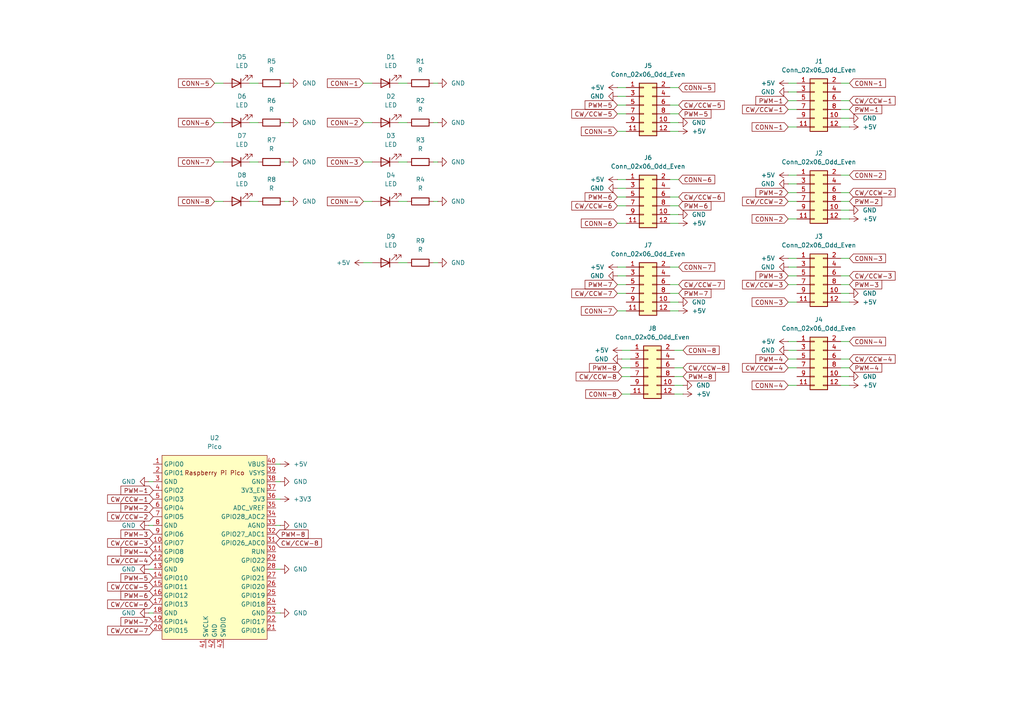
<source format=kicad_sch>
(kicad_sch (version 20231120) (generator "eeschema") (generator_version "8.0")
  (paper "A4")
  (lib_symbols
    (symbol "Connector_Generic:Conn_02x06_Odd_Even" (pin_names (offset 1.016) hide)
      (property "Reference" "J" (at 1.27 7.62 0))
      (property "Value" "Conn_02x06_Odd_Even" (at 1.27 -10.16 0))
      (symbol "Conn_02x06_Odd_Even_1_1"
        (rectangle (start -1.27 -7.493) (end 0 -7.747) (stroke (width 0.1524)))
        (rectangle (start -1.27 -4.953) (end 0 -5.207) (stroke (width 0.1524)))
        (rectangle (start -1.27 -2.413) (end 0 -2.667) (stroke (width 0.1524)))
        (rectangle (start -1.27 0.127) (end 0 -0.127) (stroke (width 0.1524)))
        (rectangle (start -1.27 2.667) (end 0 2.413) (stroke (width 0.1524)))
        (rectangle (start -1.27 5.207) (end 0 4.953) (stroke (width 0.1524)))
        (rectangle (start -1.27 6.35) (end 3.81 -8.89) (stroke (width 0.254)) (fill (type background)))
        (rectangle (start 3.81 -7.493) (end 2.54 -7.747) (stroke (width 0.1524)))
        (rectangle (start 3.81 -4.953) (end 2.54 -5.207) (stroke (width 0.1524)))
        (rectangle (start 3.81 -2.413) (end 2.54 -2.667) (stroke (width 0.1524)))
        (rectangle (start 3.81 0.127) (end 2.54 -0.127) (stroke (width 0.1524)))
        (rectangle (start 3.81 2.667) (end 2.54 2.413) (stroke (width 0.1524)))
        (rectangle (start 3.81 5.207) (end 2.54 4.953) (stroke (width 0.1524)))
        (pin passive line (at -5.08 5.08 0) (length 3.81) (name "Pin_1") (number "1"))
        (pin passive line (at 7.62 -5.08 180) (length 3.81) (name "Pin_10") (number "10"))
        (pin passive line (at -5.08 -7.62 0) (length 3.81) (name "Pin_11") (number "11"))
        (pin passive line (at 7.62 -7.62 180) (length 3.81) (name "Pin_12") (number "12"))
        (pin passive line (at 7.62 5.08 180) (length 3.81) (name "Pin_2") (number "2"))
        (pin passive line (at -5.08 2.54 0) (length 3.81) (name "Pin_3") (number "3"))
        (pin passive line (at 7.62 2.54 180) (length 3.81) (name "Pin_4") (number "4"))
        (pin passive line (at -5.08 0 0) (length 3.81) (name "Pin_5") (number "5"))
        (pin passive line (at 7.62 0 180) (length 3.81) (name "Pin_6") (number "6"))
        (pin passive line (at -5.08 -2.54 0) (length 3.81) (name "Pin_7") (number "7"))
        (pin passive line (at 7.62 -2.54 180) (length 3.81) (name "Pin_8") (number "8"))
        (pin passive line (at -5.08 -5.08 0) (length 3.81) (name "Pin_9") (number "9"))
      )
    )
    (symbol "Device:LED" (pin_numbers hide) (pin_names (offset 1.016) hide)
      (property "Reference" "D" (at 0 2.54 0))
      (property "Value" "LED" (at 0 -2.54 0))
      (symbol "LED_0_1"
        (polyline (pts (xy -1.27 -1.27) (xy -1.27 1.27)) (stroke (width 0.254)))
        (polyline (pts (xy -1.27 0) (xy 1.27 0)))
        (polyline (pts (xy 1.27 -1.27) (xy 1.27 1.27) (xy -1.27 0) (xy 1.27 -1.27)) (stroke (width 0.254)))
        (polyline (pts (xy -3.048 -0.762) (xy -4.572 -2.286) (xy -3.81 -2.286) (xy -4.572 -2.286) (xy -4.572 -1.524)))
        (polyline (pts (xy -1.778 -0.762) (xy -3.302 -2.286) (xy -2.54 -2.286) (xy -3.302 -2.286) (xy -3.302 -1.524)))
      )
      (symbol "LED_1_1"
        (pin passive line (at -3.81 0 0) (length 2.54) (name "K") (number "1"))
        (pin passive line (at 3.81 0 180) (length 2.54) (name "A") (number "2"))
      )
    )
    (symbol "Device:R" (pin_numbers hide) (pin_names (offset 0))
      (property "Reference" "R" (at 2.032 0 90))
      (property "Value" "R" (at 0 0 90))
      (symbol "R_0_1"
        (rectangle (start -1.016 -2.54) (end 1.016 2.54) (stroke (width 0.254)))
      )
      (symbol "R_1_1"
        (pin passive line (at 0 3.81 270) (length 1.27) (name "~") (number "1"))
        (pin passive line (at 0 -3.81 90) (length 1.27) (name "~") (number "2"))
      )
    )
    (symbol "MCU_RaspberryPi_and_Boards:Pico"
      (property "Reference" "U" (at -13.97 27.94 0))
      (property "Value" "Pico" (at 0 19.05 0))
      (symbol "Pico_0_0"
        (text "Raspberry Pi Pico" (at 0 21.59 0) (effects (font (size 1.27 1.27))))
      )
      (symbol "Pico_0_1"
        (rectangle (start -15.24 26.67) (end 15.24 -26.67) (fill (type background)))
      )
      (symbol "Pico_1_1"
        (pin bidirectional line (at -17.78 24.13 0) (length 2.54) (name "GPIO0") (number "1"))
        (pin bidirectional line (at -17.78 1.27 0) (length 2.54) (name "GPIO7") (number "10"))
        (pin bidirectional line (at -17.78 -1.27 0) (length 2.54) (name "GPIO8") (number "11"))
        (pin bidirectional line (at -17.78 -3.81 0) (length 2.54) (name "GPIO9") (number "12"))
        (pin power_in line (at -17.78 -6.35 0) (length 2.54) (name "GND") (number "13"))
        (pin bidirectional line (at -17.78 -8.89 0) (length 2.54) (name "GPIO10") (number "14"))
        (pin bidirectional line (at -17.78 -11.43 0) (length 2.54) (name "GPIO11") (number "15"))
        (pin bidirectional line (at -17.78 -13.97 0) (length 2.54) (name "GPIO12") (number "16"))
        (pin bidirectional line (at -17.78 -16.51 0) (length 2.54) (name "GPIO13") (number "17"))
        (pin power_in line (at -17.78 -19.05 0) (length 2.54) (name "GND") (number "18"))
        (pin bidirectional line (at -17.78 -21.59 0) (length 2.54) (name "GPIO14") (number "19"))
        (pin bidirectional line (at -17.78 21.59 0) (length 2.54) (name "GPIO1") (number "2"))
        (pin bidirectional line (at -17.78 -24.13 0) (length 2.54) (name "GPIO15") (number "20"))
        (pin bidirectional line (at 17.78 -24.13 180) (length 2.54) (name "GPIO16") (number "21"))
        (pin bidirectional line (at 17.78 -21.59 180) (length 2.54) (name "GPIO17") (number "22"))
        (pin power_in line (at 17.78 -19.05 180) (length 2.54) (name "GND") (number "23"))
        (pin bidirectional line (at 17.78 -16.51 180) (length 2.54) (name "GPIO18") (number "24"))
        (pin bidirectional line (at 17.78 -13.97 180) (length 2.54) (name "GPIO19") (number "25"))
        (pin bidirectional line (at 17.78 -11.43 180) (length 2.54) (name "GPIO20") (number "26"))
        (pin bidirectional line (at 17.78 -8.89 180) (length 2.54) (name "GPIO21") (number "27"))
        (pin power_in line (at 17.78 -6.35 180) (length 2.54) (name "GND") (number "28"))
        (pin bidirectional line (at 17.78 -3.81 180) (length 2.54) (name "GPIO22") (number "29"))
        (pin power_in line (at -17.78 19.05 0) (length 2.54) (name "GND") (number "3"))
        (pin input line (at 17.78 -1.27 180) (length 2.54) (name "RUN") (number "30"))
        (pin bidirectional line (at 17.78 1.27 180) (length 2.54) (name "GPIO26_ADC0") (number "31"))
        (pin bidirectional line (at 17.78 3.81 180) (length 2.54) (name "GPIO27_ADC1") (number "32"))
        (pin power_in line (at 17.78 6.35 180) (length 2.54) (name "AGND") (number "33"))
        (pin bidirectional line (at 17.78 8.89 180) (length 2.54) (name "GPIO28_ADC2") (number "34"))
        (pin power_in line (at 17.78 11.43 180) (length 2.54) (name "ADC_VREF") (number "35"))
        (pin power_in line (at 17.78 13.97 180) (length 2.54) (name "3V3") (number "36"))
        (pin input line (at 17.78 16.51 180) (length 2.54) (name "3V3_EN") (number "37"))
        (pin bidirectional line (at 17.78 19.05 180) (length 2.54) (name "GND") (number "38"))
        (pin power_in line (at 17.78 21.59 180) (length 2.54) (name "VSYS") (number "39"))
        (pin bidirectional line (at -17.78 16.51 0) (length 2.54) (name "GPIO2") (number "4"))
        (pin power_in line (at 17.78 24.13 180) (length 2.54) (name "VBUS") (number "40"))
        (pin input line (at -2.54 -29.21 90) (length 2.54) (name "SWCLK") (number "41"))
        (pin power_in line (at 0 -29.21 90) (length 2.54) (name "GND") (number "42"))
        (pin bidirectional line (at 2.54 -29.21 90) (length 2.54) (name "SWDIO") (number "43"))
        (pin bidirectional line (at -17.78 13.97 0) (length 2.54) (name "GPIO3") (number "5"))
        (pin bidirectional line (at -17.78 11.43 0) (length 2.54) (name "GPIO4") (number "6"))
        (pin bidirectional line (at -17.78 8.89 0) (length 2.54) (name "GPIO5") (number "7"))
        (pin power_in line (at -17.78 6.35 0) (length 2.54) (name "GND") (number "8"))
        (pin bidirectional line (at -17.78 3.81 0) (length 2.54) (name "GPIO6") (number "9"))
      )
    )
    (symbol "power:+3V3" (power) (pin_numbers hide) (pin_names (offset 0) hide)
      (property "Value" "+3V3" (at 0 3.556 0))
      (symbol "+3V3_0_1"
        (polyline (pts (xy -0.762 1.27) (xy 0 2.54)))
        (polyline (pts (xy 0 0) (xy 0 2.54)))
        (polyline (pts (xy 0 2.54) (xy 0.762 1.27)))
      )
      (symbol "+3V3_1_1"
        (pin power_in line (at 0 0 90) (length 0) (name "~") (number "1"))
      )
    )
    (symbol "power:+5V" (power) (pin_numbers hide) (pin_names (offset 0) hide)
      (property "Value" "+5V" (at 0 3.556 0))
      (symbol "+5V_0_1"
        (polyline (pts (xy -0.762 1.27) (xy 0 2.54)))
        (polyline (pts (xy 0 0) (xy 0 2.54)))
        (polyline (pts (xy 0 2.54) (xy 0.762 1.27)))
      )
      (symbol "+5V_1_1"
        (pin power_in line (at 0 0 90) (length 0) (name "~") (number "1"))
      )
    )
    (symbol "power:GND" (power) (pin_numbers hide) (pin_names (offset 0) hide)
      (property "Value" "GND" (at 0 -3.81 0))
      (symbol "GND_0_1"
        (polyline (pts (xy 0 0) (xy 0 -1.27) (xy 1.27 -1.27) (xy 0 -2.54) (xy -1.27 -1.27) (xy 0 -1.27)))
      )
      (symbol "GND_1_1"
        (pin power_in line (at 0 0 270) (length 0) (name "~") (number "1"))
      )
    )
  )
  (wire (pts (xy 180.34 104.14) (xy 182.88 104.14)))
  (wire (pts (xy 179.07 80.01) (xy 181.61 80.01)))
  (wire (pts (xy 246.38 60.96) (xy 243.84 60.96)))
  (wire (pts (xy 246.38 85.09) (xy 243.84 85.09)))
  (wire (pts (xy 83.82 46.99) (xy 82.55 46.99)))
  (wire (pts (xy 179.07 82.55) (xy 181.61 82.55)))
  (wire (pts (xy 179.07 25.4) (xy 181.61 25.4)))
  (wire (pts (xy 43.18 152.4) (xy 44.45 152.4)))
  (wire (pts (xy 179.07 54.61) (xy 181.61 54.61)))
  (wire (pts (xy 246.38 24.13) (xy 243.84 24.13)))
  (wire (pts (xy 246.38 80.01) (xy 243.84 80.01)))
  (wire (pts (xy 62.23 24.13) (xy 64.77 24.13)))
  (wire (pts (xy 228.6 104.14) (xy 231.14 104.14)))
  (wire (pts (xy 74.93 35.56) (xy 72.39 35.56)))
  (wire (pts (xy 105.41 24.13) (xy 107.95 24.13)))
  (wire (pts (xy 196.85 30.48) (xy 194.31 30.48)))
  (wire (pts (xy 246.38 87.63) (xy 243.84 87.63)))
  (wire (pts (xy 179.07 27.94) (xy 181.61 27.94)))
  (wire (pts (xy 228.6 99.06) (xy 231.14 99.06)))
  (wire (pts (xy 179.07 30.48) (xy 181.61 30.48)))
  (wire (pts (xy 127 46.99) (xy 125.73 46.99)))
  (wire (pts (xy 179.07 64.77) (xy 181.61 64.77)))
  (wire (pts (xy 81.28 165.1) (xy 80.01 165.1)))
  (wire (pts (xy 180.34 114.3) (xy 182.88 114.3)))
  (wire (pts (xy 179.07 38.1) (xy 181.61 38.1)))
  (wire (pts (xy 179.07 33.02) (xy 181.61 33.02)))
  (wire (pts (xy 43.18 177.8) (xy 44.45 177.8)))
  (wire (pts (xy 62.23 35.56) (xy 64.77 35.56)))
  (wire (pts (xy 118.11 76.2) (xy 115.57 76.2)))
  (wire (pts (xy 196.85 52.07) (xy 194.31 52.07)))
  (wire (pts (xy 228.6 53.34) (xy 231.14 53.34)))
  (wire (pts (xy 74.93 46.99) (xy 72.39 46.99)))
  (wire (pts (xy 179.07 52.07) (xy 181.61 52.07)))
  (wire (pts (xy 118.11 24.13) (xy 115.57 24.13)))
  (wire (pts (xy 198.12 109.22) (xy 195.58 109.22)))
  (wire (pts (xy 228.6 87.63) (xy 231.14 87.63)))
  (wire (pts (xy 228.6 63.5) (xy 231.14 63.5)))
  (wire (pts (xy 246.38 55.88) (xy 243.84 55.88)))
  (wire (pts (xy 228.6 111.76) (xy 231.14 111.76)))
  (wire (pts (xy 228.6 31.75) (xy 231.14 31.75)))
  (wire (pts (xy 198.12 106.68) (xy 195.58 106.68)))
  (wire (pts (xy 127 24.13) (xy 125.73 24.13)))
  (wire (pts (xy 118.11 58.42) (xy 115.57 58.42)))
  (wire (pts (xy 179.07 57.15) (xy 181.61 57.15)))
  (wire (pts (xy 180.34 101.6) (xy 182.88 101.6)))
  (wire (pts (xy 246.38 29.21) (xy 243.84 29.21)))
  (wire (pts (xy 228.6 80.01) (xy 231.14 80.01)))
  (wire (pts (xy 43.18 139.7) (xy 44.45 139.7)))
  (wire (pts (xy 228.6 58.42) (xy 231.14 58.42)))
  (wire (pts (xy 196.85 82.55) (xy 194.31 82.55)))
  (wire (pts (xy 246.38 50.8) (xy 243.84 50.8)))
  (wire (pts (xy 180.34 106.68) (xy 182.88 106.68)))
  (wire (pts (xy 196.85 62.23) (xy 194.31 62.23)))
  (wire (pts (xy 196.85 64.77) (xy 194.31 64.77)))
  (wire (pts (xy 246.38 36.83) (xy 243.84 36.83)))
  (wire (pts (xy 105.41 35.56) (xy 107.95 35.56)))
  (wire (pts (xy 127 58.42) (xy 125.73 58.42)))
  (wire (pts (xy 105.41 76.2) (xy 107.95 76.2)))
  (wire (pts (xy 246.38 109.22) (xy 243.84 109.22)))
  (wire (pts (xy 228.6 55.88) (xy 231.14 55.88)))
  (wire (pts (xy 196.85 87.63) (xy 194.31 87.63)))
  (wire (pts (xy 198.12 101.6) (xy 195.58 101.6)))
  (wire (pts (xy 228.6 101.6) (xy 231.14 101.6)))
  (wire (pts (xy 228.6 74.93) (xy 231.14 74.93)))
  (wire (pts (xy 196.85 25.4) (xy 194.31 25.4)))
  (wire (pts (xy 62.23 46.99) (xy 64.77 46.99)))
  (wire (pts (xy 81.28 177.8) (xy 80.01 177.8)))
  (wire (pts (xy 81.28 144.78) (xy 80.01 144.78)))
  (wire (pts (xy 246.38 63.5) (xy 243.84 63.5)))
  (wire (pts (xy 196.85 33.02) (xy 194.31 33.02)))
  (wire (pts (xy 228.6 82.55) (xy 231.14 82.55)))
  (wire (pts (xy 43.18 165.1) (xy 44.45 165.1)))
  (wire (pts (xy 83.82 24.13) (xy 82.55 24.13)))
  (wire (pts (xy 228.6 24.13) (xy 231.14 24.13)))
  (wire (pts (xy 196.85 77.47) (xy 194.31 77.47)))
  (wire (pts (xy 179.07 59.69) (xy 181.61 59.69)))
  (wire (pts (xy 179.07 77.47) (xy 181.61 77.47)))
  (wire (pts (xy 196.85 59.69) (xy 194.31 59.69)))
  (wire (pts (xy 180.34 109.22) (xy 182.88 109.22)))
  (wire (pts (xy 228.6 36.83) (xy 231.14 36.83)))
  (wire (pts (xy 118.11 46.99) (xy 115.57 46.99)))
  (wire (pts (xy 196.85 57.15) (xy 194.31 57.15)))
  (wire (pts (xy 105.41 46.99) (xy 107.95 46.99)))
  (wire (pts (xy 246.38 111.76) (xy 243.84 111.76)))
  (wire (pts (xy 179.07 85.09) (xy 181.61 85.09)))
  (wire (pts (xy 246.38 58.42) (xy 243.84 58.42)))
  (wire (pts (xy 228.6 29.21) (xy 231.14 29.21)))
  (wire (pts (xy 246.38 31.75) (xy 243.84 31.75)))
  (wire (pts (xy 196.85 35.56) (xy 194.31 35.56)))
  (wire (pts (xy 81.28 152.4) (xy 80.01 152.4)))
  (wire (pts (xy 62.23 58.42) (xy 64.77 58.42)))
  (wire (pts (xy 127 76.2) (xy 125.73 76.2)))
  (wire (pts (xy 127 35.56) (xy 125.73 35.56)))
  (wire (pts (xy 74.93 24.13) (xy 72.39 24.13)))
  (wire (pts (xy 246.38 82.55) (xy 243.84 82.55)))
  (wire (pts (xy 118.11 35.56) (xy 115.57 35.56)))
  (wire (pts (xy 228.6 106.68) (xy 231.14 106.68)))
  (wire (pts (xy 74.93 58.42) (xy 72.39 58.42)))
  (wire (pts (xy 198.12 111.76) (xy 195.58 111.76)))
  (wire (pts (xy 228.6 50.8) (xy 231.14 50.8)))
  (wire (pts (xy 83.82 58.42) (xy 82.55 58.42)))
  (wire (pts (xy 196.85 90.17) (xy 194.31 90.17)))
  (wire (pts (xy 246.38 106.68) (xy 243.84 106.68)))
  (wire (pts (xy 105.41 58.42) (xy 107.95 58.42)))
  (wire (pts (xy 246.38 104.14) (xy 243.84 104.14)))
  (wire (pts (xy 246.38 99.06) (xy 243.84 99.06)))
  (wire (pts (xy 179.07 90.17) (xy 181.61 90.17)))
  (wire (pts (xy 228.6 77.47) (xy 231.14 77.47)))
  (wire (pts (xy 196.85 38.1) (xy 194.31 38.1)))
  (wire (pts (xy 196.85 85.09) (xy 194.31 85.09)))
  (wire (pts (xy 81.28 139.7) (xy 80.01 139.7)))
  (wire (pts (xy 80.01 134.62) (xy 81.28 134.62)))
  (wire (pts (xy 246.38 74.93) (xy 243.84 74.93)))
  (wire (pts (xy 83.82 35.56) (xy 82.55 35.56)))
  (wire (pts (xy 246.38 34.29) (xy 243.84 34.29)))
  (wire (pts (xy 228.6 26.67) (xy 231.14 26.67)))
  (wire (pts (xy 198.12 114.3) (xy 195.58 114.3)))
  (global_label "PWM-2" (shape input) (at 246.38 58.42 0) (property "Intersheetrefs" "${INTERSHEET_REFS}" (effects (hide yes))))
  (global_label "CW{slash}CCW-4" (shape input) (at 246.38 104.14 0) (property "Intersheetrefs" "${INTERSHEET_REFS}" (effects (hide yes))))
  (global_label "CW{slash}CCW-2" (shape input) (at 44.45 149.86 180) (property "Intersheetrefs" "${INTERSHEET_REFS}" (effects (hide yes))))
  (global_label "CONN-2" (shape input) (at 246.38 50.8 0) (property "Intersheetrefs" "${INTERSHEET_REFS}" (effects (hide yes))))
  (global_label "CONN-1" (shape input) (at 105.41 24.13 180) (property "Intersheetrefs" "${INTERSHEET_REFS}" (effects (hide yes))))
  (global_label "PWM-6" (shape input) (at 44.45 172.72 180) (property "Intersheetrefs" "${INTERSHEET_REFS}" (effects (hide yes))))
  (global_label "CW{slash}CCW-8" (shape input) (at 80.01 157.48 0) (property "Intersheetrefs" "${INTERSHEET_REFS}" (effects (hide yes))))
  (global_label "PWM-8" (shape input) (at 198.12 109.22 0) (property "Intersheetrefs" "${INTERSHEET_REFS}" (effects (hide yes))))
  (global_label "PWM-1" (shape input) (at 246.38 31.75 0) (property "Intersheetrefs" "${INTERSHEET_REFS}" (effects (hide yes))))
  (global_label "CONN-8" (shape input) (at 198.12 101.6 0) (property "Intersheetrefs" "${INTERSHEET_REFS}" (effects (hide yes))))
  (global_label "CONN-7" (shape input) (at 179.07 90.17 180) (property "Intersheetrefs" "${INTERSHEET_REFS}" (effects (hide yes))))
  (global_label "CONN-1" (shape input) (at 228.6 36.83 180) (property "Intersheetrefs" "${INTERSHEET_REFS}" (effects (hide yes))))
  (global_label "CONN-4" (shape input) (at 246.38 99.06 0) (property "Intersheetrefs" "${INTERSHEET_REFS}" (effects (hide yes))))
  (global_label "PWM-7" (shape input) (at 196.85 85.09 0) (property "Intersheetrefs" "${INTERSHEET_REFS}" (effects (hide yes))))
  (global_label "PWM-1" (shape input) (at 44.45 142.24 180) (property "Intersheetrefs" "${INTERSHEET_REFS}" (effects (hide yes))))
  (global_label "CW{slash}CCW-4" (shape input) (at 228.6 106.68 180) (property "Intersheetrefs" "${INTERSHEET_REFS}" (effects (hide yes))))
  (global_label "CW{slash}CCW-7" (shape input) (at 196.85 82.55 0) (property "Intersheetrefs" "${INTERSHEET_REFS}" (effects (hide yes))))
  (global_label "CONN-7" (shape input) (at 196.85 77.47 0) (property "Intersheetrefs" "${INTERSHEET_REFS}" (effects (hide yes))))
  (global_label "CW{slash}CCW-2" (shape input) (at 246.38 55.88 0) (property "Intersheetrefs" "${INTERSHEET_REFS}" (effects (hide yes))))
  (global_label "PWM-3" (shape input) (at 246.38 82.55 0) (property "Intersheetrefs" "${INTERSHEET_REFS}" (effects (hide yes))))
  (global_label "PWM-8" (shape input) (at 180.34 106.68 180) (property "Intersheetrefs" "${INTERSHEET_REFS}" (effects (hide yes))))
  (global_label "PWM-7" (shape input) (at 179.07 82.55 180) (property "Intersheetrefs" "${INTERSHEET_REFS}" (effects (hide yes))))
  (global_label "PWM-7" (shape input) (at 44.45 180.34 180) (property "Intersheetrefs" "${INTERSHEET_REFS}" (effects (hide yes))))
  (global_label "CONN-6" (shape input) (at 179.07 64.77 180) (property "Intersheetrefs" "${INTERSHEET_REFS}" (effects (hide yes))))
  (global_label "CONN-3" (shape input) (at 105.41 46.99 180) (property "Intersheetrefs" "${INTERSHEET_REFS}" (effects (hide yes))))
  (global_label "PWM-2" (shape input) (at 44.45 147.32 180) (property "Intersheetrefs" "${INTERSHEET_REFS}" (effects (hide yes))))
  (global_label "CW{slash}CCW-4" (shape input) (at 44.45 162.56 180) (property "Intersheetrefs" "${INTERSHEET_REFS}" (effects (hide yes))))
  (global_label "CW{slash}CCW-3" (shape input) (at 44.45 157.48 180) (property "Intersheetrefs" "${INTERSHEET_REFS}" (effects (hide yes))))
  (global_label "PWM-5" (shape input) (at 196.85 33.02 0) (property "Intersheetrefs" "${INTERSHEET_REFS}" (effects (hide yes))))
  (global_label "CW{slash}CCW-8" (shape input) (at 180.34 109.22 180) (property "Intersheetrefs" "${INTERSHEET_REFS}" (effects (hide yes))))
  (global_label "CONN-5" (shape input) (at 179.07 38.1 180) (property "Intersheetrefs" "${INTERSHEET_REFS}" (effects (hide yes))))
  (global_label "CW{slash}CCW-6" (shape input) (at 179.07 59.69 180) (property "Intersheetrefs" "${INTERSHEET_REFS}" (effects (hide yes))))
  (global_label "CW{slash}CCW-5" (shape input) (at 44.45 170.18 180) (property "Intersheetrefs" "${INTERSHEET_REFS}" (effects (hide yes))))
  (global_label "CONN-8" (shape input) (at 62.23 58.42 180) (property "Intersheetrefs" "${INTERSHEET_REFS}" (effects (hide yes))))
  (global_label "CONN-6" (shape input) (at 62.23 35.56 180) (property "Intersheetrefs" "${INTERSHEET_REFS}" (effects (hide yes))))
  (global_label "CONN-2" (shape input) (at 105.41 35.56 180) (property "Intersheetrefs" "${INTERSHEET_REFS}" (effects (hide yes))))
  (global_label "CW{slash}CCW-7" (shape input) (at 44.45 182.88 180) (property "Intersheetrefs" "${INTERSHEET_REFS}" (effects (hide yes))))
  (global_label "CONN-4" (shape input) (at 105.41 58.42 180) (property "Intersheetrefs" "${INTERSHEET_REFS}" (effects (hide yes))))
  (global_label "CW{slash}CCW-6" (shape input) (at 44.45 175.26 180) (property "Intersheetrefs" "${INTERSHEET_REFS}" (effects (hide yes))))
  (global_label "CONN-2" (shape input) (at 228.6 63.5 180) (property "Intersheetrefs" "${INTERSHEET_REFS}" (effects (hide yes))))
  (global_label "CW{slash}CCW-3" (shape input) (at 228.6 82.55 180) (property "Intersheetrefs" "${INTERSHEET_REFS}" (effects (hide yes))))
  (global_label "PWM-4" (shape input) (at 228.6 104.14 180) (property "Intersheetrefs" "${INTERSHEET_REFS}" (effects (hide yes))))
  (global_label "CONN-7" (shape input) (at 62.23 46.99 180) (property "Intersheetrefs" "${INTERSHEET_REFS}" (effects (hide yes))))
  (global_label "CONN-5" (shape input) (at 62.23 24.13 180) (property "Intersheetrefs" "${INTERSHEET_REFS}" (effects (hide yes))))
  (global_label "CONN-4" (shape input) (at 228.6 111.76 180) (property "Intersheetrefs" "${INTERSHEET_REFS}" (effects (hide yes))))
  (global_label "CW{slash}CCW-5" (shape input) (at 179.07 33.02 180) (property "Intersheetrefs" "${INTERSHEET_REFS}" (effects (hide yes))))
  (global_label "CW{slash}CCW-5" (shape input) (at 196.85 30.48 0) (property "Intersheetrefs" "${INTERSHEET_REFS}" (effects (hide yes))))
  (global_label "CW{slash}CCW-1" (shape input) (at 44.45 144.78 180) (property "Intersheetrefs" "${INTERSHEET_REFS}" (effects (hide yes))))
  (global_label "CW{slash}CCW-6" (shape input) (at 196.85 57.15 0) (property "Intersheetrefs" "${INTERSHEET_REFS}" (effects (hide yes))))
  (global_label "CW{slash}CCW-7" (shape input) (at 179.07 85.09 180) (property "Intersheetrefs" "${INTERSHEET_REFS}" (effects (hide yes))))
  (global_label "PWM-5" (shape input) (at 44.45 167.64 180) (property "Intersheetrefs" "${INTERSHEET_REFS}" (effects (hide yes))))
  (global_label "PWM-4" (shape input) (at 44.45 160.02 180) (property "Intersheetrefs" "${INTERSHEET_REFS}" (effects (hide yes))))
  (global_label "PWM-1" (shape input) (at 228.6 29.21 180) (property "Intersheetrefs" "${INTERSHEET_REFS}" (effects (hide yes))))
  (global_label "CONN-3" (shape input) (at 246.38 74.93 0) (property "Intersheetrefs" "${INTERSHEET_REFS}" (effects (hide yes))))
  (global_label "PWM-4" (shape input) (at 246.38 106.68 0) (property "Intersheetrefs" "${INTERSHEET_REFS}" (effects (hide yes))))
  (global_label "PWM-3" (shape input) (at 44.45 154.94 180) (property "Intersheetrefs" "${INTERSHEET_REFS}" (effects (hide yes))))
  (global_label "CONN-3" (shape input) (at 228.6 87.63 180) (property "Intersheetrefs" "${INTERSHEET_REFS}" (effects (hide yes))))
  (global_label "CW{slash}CCW-8" (shape input) (at 198.12 106.68 0) (property "Intersheetrefs" "${INTERSHEET_REFS}" (effects (hide yes))))
  (global_label "CONN-6" (shape input) (at 196.85 52.07 0) (property "Intersheetrefs" "${INTERSHEET_REFS}" (effects (hide yes))))
  (global_label "CONN-8" (shape input) (at 180.34 114.3 180) (property "Intersheetrefs" "${INTERSHEET_REFS}" (effects (hide yes))))
  (global_label "CW{slash}CCW-1" (shape input) (at 228.6 31.75 180) (property "Intersheetrefs" "${INTERSHEET_REFS}" (effects (hide yes))))
  (global_label "PWM-6" (shape input) (at 196.85 59.69 0) (property "Intersheetrefs" "${INTERSHEET_REFS}" (effects (hide yes))))
  (global_label "CW{slash}CCW-2" (shape input) (at 228.6 58.42 180) (property "Intersheetrefs" "${INTERSHEET_REFS}" (effects (hide yes))))
  (global_label "PWM-5" (shape input) (at 179.07 30.48 180) (property "Intersheetrefs" "${INTERSHEET_REFS}" (effects (hide yes))))
  (global_label "CW{slash}CCW-3" (shape input) (at 246.38 80.01 0) (property "Intersheetrefs" "${INTERSHEET_REFS}" (effects (hide yes))))
  (global_label "CONN-5" (shape input) (at 196.85 25.4 0) (property "Intersheetrefs" "${INTERSHEET_REFS}" (effects (hide yes))))
  (global_label "CW{slash}CCW-1" (shape input) (at 246.38 29.21 0) (property "Intersheetrefs" "${INTERSHEET_REFS}" (effects (hide yes))))
  (global_label "PWM-3" (shape input) (at 228.6 80.01 180) (property "Intersheetrefs" "${INTERSHEET_REFS}" (effects (hide yes))))
  (global_label "PWM-6" (shape input) (at 179.07 57.15 180) (property "Intersheetrefs" "${INTERSHEET_REFS}" (effects (hide yes))))
  (global_label "CONN-1" (shape input) (at 246.38 24.13 0) (property "Intersheetrefs" "${INTERSHEET_REFS}" (effects (hide yes))))
  (global_label "PWM-2" (shape input) (at 228.6 55.88 180) (property "Intersheetrefs" "${INTERSHEET_REFS}" (effects (hide yes))))
  (global_label "PWM-8" (shape input) (at 80.01 154.94 0) (property "Intersheetrefs" "${INTERSHEET_REFS}" (effects (hide yes))))
  (symbol (lib_id "power:GND") (at 246.38 109.22 90) (unit 1)
    (property "Reference" "#PWR023" (effects (hide yes)))
    (property "Value" "GND" (at 250.19 109.2199 90) (effects (justify right)))
    (property "Description" "Power symbol creates a global label with name \"GND\" , ground" (effects (hide yes)))
  )
  (symbol (lib_id "power:GND") (at 43.18 165.1 270) (unit 1)
    (property "Reference" "#PWR032" (effects (hide yes)))
    (property "Value" "GND" (at 39.37 165.0999 90) (effects (justify right)))
    (property "Description" "Power symbol creates a global label with name \"GND\" , ground" (effects (hide yes)))
  )
  (symbol (lib_id "Device:R") (at 121.92 46.99 90) (unit 1)
    (property "Reference" "R3" (at 121.92 40.64 90))
    (property "Value" "R" (at 121.92 43.18 90))
    (property "Footprint" "Resistor_THT:R_Axial_DIN0207_L6.3mm_D2.5mm_P10.16mm_Horizontal" (effects (hide yes)))
    (property "Description" "Resistor" (effects (hide yes)))
  )
  (symbol (lib_id "power:GND") (at 179.07 27.94 270) (unit 1)
    (property "Reference" "#PWR026" (effects (hide yes)))
    (property "Value" "GND" (at 175.26 27.9399 90) (effects (justify right)))
    (property "Description" "Power symbol creates a global label with name \"GND\" , ground" (effects (hide yes)))
  )
  (symbol (lib_id "power:GND") (at 196.85 35.56 90) (unit 1)
    (property "Reference" "#PWR029" (effects (hide yes)))
    (property "Value" "GND" (at 200.66 35.5599 90) (effects (justify right)))
    (property "Description" "Power symbol creates a global label with name \"GND\" , ground" (effects (hide yes)))
  )
  (symbol (lib_id "power:GND") (at 180.34 104.14 270) (unit 1)
    (property "Reference" "#PWR055" (effects (hide yes)))
    (property "Value" "GND" (at 176.53 104.1399 90) (effects (justify right)))
    (property "Description" "Power symbol creates a global label with name \"GND\" , ground" (effects (hide yes)))
  )
  (symbol (lib_id "power:GND") (at 81.28 139.7 90) (unit 1)
    (property "Reference" "#PWR035" (effects (hide yes)))
    (property "Value" "GND" (at 85.09 139.7001 90) (effects (justify right)))
    (property "Description" "Power symbol creates a global label with name \"GND\" , ground" (effects (hide yes)))
  )
  (symbol (lib_id "power:GND") (at 196.85 87.63 90) (unit 1)
    (property "Reference" "#PWR052" (effects (hide yes)))
    (property "Value" "GND" (at 200.66 87.6299 90) (effects (justify right)))
    (property "Description" "Power symbol creates a global label with name \"GND\" , ground" (effects (hide yes)))
  )
  (symbol (lib_id "power:+5V") (at 246.38 87.63 270) (unit 1)
    (property "Reference" "#PWR018" (effects (hide yes)))
    (property "Value" "+5V" (at 250.19 87.6299 90) (effects (justify left)))
    (property "Description" "Power symbol creates a global label with name \"+5V\"" (effects (hide yes)))
  )
  (symbol (lib_id "power:GND") (at 228.6 26.67 270) (unit 1)
    (property "Reference" "#PWR03" (effects (hide yes)))
    (property "Value" "GND" (at 224.79 26.6699 90) (effects (justify right)))
    (property "Description" "Power symbol creates a global label with name \"GND\" , ground" (effects (hide yes)))
  )
  (symbol (lib_id "Device:LED") (at 68.58 58.42 180) (unit 1)
    (property "Reference" "D8" (at 70.1675 50.8 0))
    (property "Value" "LED" (at 70.1675 53.34 0))
    (property "Footprint" "LED_THT:LED_D3.0mm" (effects (hide yes)))
    (property "Description" "Light emitting diode" (effects (hide yes)))
  )
  (symbol (lib_id "power:+3V3") (at 81.28 144.78 270) (unit 1)
    (property "Reference" "#PWR039" (effects (hide yes)))
    (property "Value" "+3V3" (at 85.09 144.7799 90) (effects (justify left)))
    (property "Description" "Power symbol creates a global label with name \"+3V3\"" (effects (hide yes)))
  )
  (symbol (lib_id "power:GND") (at 246.38 60.96 90) (unit 1)
    (property "Reference" "#PWR011" (effects (hide yes)))
    (property "Value" "GND" (at 250.19 60.9599 90) (effects (justify right)))
    (property "Description" "Power symbol creates a global label with name \"GND\" , ground" (effects (hide yes)))
  )
  (symbol (lib_id "power:+5V") (at 179.07 25.4 90) (unit 1)
    (property "Reference" "#PWR030" (effects (hide yes)))
    (property "Value" "+5V" (at 175.26 25.3999 90) (effects (justify left)))
    (property "Description" "Power symbol creates a global label with name \"+5V\"" (effects (hide yes)))
  )
  (symbol (lib_id "power:+5V") (at 246.38 36.83 270) (unit 1)
    (property "Reference" "#PWR02" (effects (hide yes)))
    (property "Value" "+5V" (at 250.19 36.8299 90) (effects (justify left)))
    (property "Description" "Power symbol creates a global label with name \"+5V\"" (effects (hide yes)))
  )
  (symbol (lib_id "power:+5V") (at 228.6 50.8 90) (unit 1)
    (property "Reference" "#PWR07" (effects (hide yes)))
    (property "Value" "+5V" (at 224.79 50.7999 90) (effects (justify left)))
    (property "Description" "Power symbol creates a global label with name \"+5V\"" (effects (hide yes)))
  )
  (symbol (lib_id "power:GND") (at 196.85 62.23 90) (unit 1)
    (property "Reference" "#PWR046" (effects (hide yes)))
    (property "Value" "GND" (at 200.66 62.2299 90) (effects (justify right)))
    (property "Description" "Power symbol creates a global label with name \"GND\" , ground" (effects (hide yes)))
  )
  (symbol (lib_id "Device:LED") (at 111.76 58.42 180) (unit 1)
    (property "Reference" "D4" (at 113.3475 50.8 0))
    (property "Value" "LED" (at 113.3475 53.34 0))
    (property "Footprint" "LED_THT:LED_D3.0mm" (effects (hide yes)))
    (property "Description" "Light emitting diode" (effects (hide yes)))
  )
  (symbol (lib_id "Device:LED") (at 111.76 76.2 180) (unit 1)
    (property "Reference" "D9" (at 113.3475 68.58 0))
    (property "Value" "LED" (at 113.3475 71.12 0))
    (property "Footprint" "LED_THT:LED_D3.0mm" (effects (hide yes)))
    (property "Description" "Light emitting diode" (effects (hide yes)))
  )
  (symbol (lib_id "MCU_RaspberryPi_and_Boards:Pico") (at 62.23 158.75 0) (unit 1)
    (property "Reference" "U2" (at 62.23 127 0))
    (property "Value" "Pico" (at 62.23 129.54 0))
    (property "Footprint" "MCU_RaspberryPi_and_Boards:RPi_Pico_SMD_TH" (effects (hide yes)))
  )
  (symbol (lib_id "Device:LED") (at 111.76 35.56 180) (unit 1)
    (property "Reference" "D2" (at 113.3475 27.94 0))
    (property "Value" "LED" (at 113.3475 30.48 0))
    (property "Footprint" "LED_THT:LED_D3.0mm" (effects (hide yes)))
    (property "Description" "Light emitting diode" (effects (hide yes)))
  )
  (symbol (lib_id "power:+5V") (at 180.34 101.6 90) (unit 1)
    (property "Reference" "#PWR054" (effects (hide yes)))
    (property "Value" "+5V" (at 176.53 101.5999 90) (effects (justify left)))
    (property "Description" "Power symbol creates a global label with name \"+5V\"" (effects (hide yes)))
  )
  (symbol (lib_id "power:GND") (at 127 35.56 90) (unit 1)
    (property "Reference" "#PWR065" (effects (hide yes)))
    (property "Value" "GND" (at 130.81 35.5599 90) (effects (justify right)))
    (property "Description" "Power symbol creates a global label with name \"GND\" , ground" (effects (hide yes)))
  )
  (symbol (lib_id "power:GND") (at 198.12 111.76 90) (unit 1)
    (property "Reference" "#PWR058" (effects (hide yes)))
    (property "Value" "GND" (at 201.93 111.7599 90) (effects (justify right)))
    (property "Description" "Power symbol creates a global label with name \"GND\" , ground" (effects (hide yes)))
  )
  (symbol (lib_id "power:GND") (at 81.28 177.8 90) (unit 1)
    (property "Reference" "#PWR038" (effects (hide yes)))
    (property "Value" "GND" (at 85.09 177.8001 90) (effects (justify right)))
    (property "Description" "Power symbol creates a global label with name \"GND\" , ground" (effects (hide yes)))
  )
  (symbol (lib_id "power:GND") (at 228.6 53.34 270) (unit 1)
    (property "Reference" "#PWR08" (effects (hide yes)))
    (property "Value" "GND" (at 224.79 53.3399 90) (effects (justify right)))
    (property "Description" "Power symbol creates a global label with name \"GND\" , ground" (effects (hide yes)))
  )
  (symbol (lib_id "power:GND") (at 127 46.99 90) (unit 1)
    (property "Reference" "#PWR066" (effects (hide yes)))
    (property "Value" "GND" (at 130.81 46.9899 90) (effects (justify right)))
    (property "Description" "Power symbol creates a global label with name \"GND\" , ground" (effects (hide yes)))
  )
  (symbol (lib_id "power:GND") (at 43.18 177.8 270) (unit 1)
    (property "Reference" "#PWR031" (effects (hide yes)))
    (property "Value" "GND" (at 39.37 177.7999 90) (effects (justify right)))
    (property "Description" "Power symbol creates a global label with name \"GND\" , ground" (effects (hide yes)))
  )
  (symbol (lib_id "Device:R") (at 121.92 76.2 90) (unit 1)
    (property "Reference" "R9" (at 121.92 69.85 90))
    (property "Value" "R" (at 121.92 72.39 90))
    (property "Footprint" "Resistor_THT:R_Axial_DIN0207_L6.3mm_D2.5mm_P10.16mm_Horizontal" (effects (hide yes)))
    (property "Description" "Resistor" (effects (hide yes)))
  )
  (symbol (lib_id "Device:R") (at 121.92 35.56 90) (unit 1)
    (property "Reference" "R2" (at 121.92 29.21 90))
    (property "Value" "R" (at 121.92 31.75 90))
    (property "Footprint" "Resistor_THT:R_Axial_DIN0207_L6.3mm_D2.5mm_P10.16mm_Horizontal" (effects (hide yes)))
    (property "Description" "Resistor" (effects (hide yes)))
  )
  (symbol (lib_id "Connector_Generic:Conn_02x06_Odd_Even") (at 236.22 104.14 0) (unit 1)
    (property "Reference" "J4" (at 237.49 92.71 0))
    (property "Value" "Conn_02x06_Odd_Even" (at 237.49 95.25 0))
    (property "Footprint" "Connector_PinSocket_2.54mm:PinSocket_2x06_P2.54mm_Horizontal" (effects (hide yes)))
    (property "Description" "Generic connector, double row, 02x06, odd/even pin numbering scheme (row 1 odd numbers, row 2 even numbers), script generated (kicad-library-utils/schlib/autogen/connector/)" (effects (hide yes)))
  )
  (symbol (lib_id "power:+5V") (at 105.41 76.2 90) (unit 1)
    (property "Reference" "#PWR073" (effects (hide yes)))
    (property "Value" "+5V" (at 101.6 76.1999 90) (effects (justify left)))
    (property "Description" "Power symbol creates a global label with name \"+5V\"" (effects (hide yes)))
  )
  (symbol (lib_id "power:GND") (at 246.38 34.29 90) (unit 1)
    (property "Reference" "#PWR04" (effects (hide yes)))
    (property "Value" "GND" (at 250.19 34.2899 90) (effects (justify right)))
    (property "Description" "Power symbol creates a global label with name \"GND\" , ground" (effects (hide yes)))
  )
  (symbol (lib_id "power:GND") (at 179.07 80.01 270) (unit 1)
    (property "Reference" "#PWR049" (effects (hide yes)))
    (property "Value" "GND" (at 175.26 80.0099 90) (effects (justify right)))
    (property "Description" "Power symbol creates a global label with name \"GND\" , ground" (effects (hide yes)))
  )
  (symbol (lib_id "power:+5V") (at 196.85 38.1 270) (unit 1)
    (property "Reference" "#PWR041" (effects (hide yes)))
    (property "Value" "+5V" (at 200.66 38.0999 90) (effects (justify left)))
    (property "Description" "Power symbol creates a global label with name \"+5V\"" (effects (hide yes)))
  )
  (symbol (lib_id "power:+5V") (at 198.12 114.3 270) (unit 1)
    (property "Reference" "#PWR059" (effects (hide yes)))
    (property "Value" "+5V" (at 201.93 114.2999 90) (effects (justify left)))
    (property "Description" "Power symbol creates a global label with name \"+5V\"" (effects (hide yes)))
  )
  (symbol (lib_id "power:GND") (at 83.82 35.56 90) (unit 1)
    (property "Reference" "#PWR069" (effects (hide yes)))
    (property "Value" "GND" (at 87.63 35.5599 90) (effects (justify right)))
    (property "Description" "Power symbol creates a global label with name \"GND\" , ground" (effects (hide yes)))
  )
  (symbol (lib_id "power:+5V") (at 196.85 64.77 270) (unit 1)
    (property "Reference" "#PWR047" (effects (hide yes)))
    (property "Value" "+5V" (at 200.66 64.7699 90) (effects (justify left)))
    (property "Description" "Power symbol creates a global label with name \"+5V\"" (effects (hide yes)))
  )
  (symbol (lib_id "power:+5V") (at 179.07 52.07 90) (unit 1)
    (property "Reference" "#PWR042" (effects (hide yes)))
    (property "Value" "+5V" (at 175.26 52.0699 90) (effects (justify left)))
    (property "Description" "Power symbol creates a global label with name \"+5V\"" (effects (hide yes)))
  )
  (symbol (lib_id "power:GND") (at 81.28 152.4 90) (unit 1)
    (property "Reference" "#PWR036" (effects (hide yes)))
    (property "Value" "GND" (at 85.09 152.4001 90) (effects (justify right)))
    (property "Description" "Power symbol creates a global label with name \"GND\" , ground" (effects (hide yes)))
  )
  (symbol (lib_id "power:+5V") (at 246.38 111.76 270) (unit 1)
    (property "Reference" "#PWR024" (effects (hide yes)))
    (property "Value" "+5V" (at 250.19 111.7599 90) (effects (justify left)))
    (property "Description" "Power symbol creates a global label with name \"+5V\"" (effects (hide yes)))
  )
  (symbol (lib_id "power:GND") (at 246.38 85.09 90) (unit 1)
    (property "Reference" "#PWR017" (effects (hide yes)))
    (property "Value" "GND" (at 250.19 85.0899 90) (effects (justify right)))
    (property "Description" "Power symbol creates a global label with name \"GND\" , ground" (effects (hide yes)))
  )
  (symbol (lib_id "power:GND") (at 83.82 46.99 90) (unit 1)
    (property "Reference" "#PWR070" (effects (hide yes)))
    (property "Value" "GND" (at 87.63 46.9899 90) (effects (justify right)))
    (property "Description" "Power symbol creates a global label with name \"GND\" , ground" (effects (hide yes)))
  )
  (symbol (lib_id "Connector_Generic:Conn_02x06_Odd_Even") (at 186.69 82.55 0) (unit 1)
    (property "Reference" "J7" (at 187.96 71.12 0))
    (property "Value" "Conn_02x06_Odd_Even" (at 187.96 73.66 0))
    (property "Footprint" "Connector_PinSocket_2.54mm:PinSocket_2x06_P2.54mm_Horizontal" (effects (hide yes)))
    (property "Description" "Generic connector, double row, 02x06, odd/even pin numbering scheme (row 1 odd numbers, row 2 even numbers), script generated (kicad-library-utils/schlib/autogen/connector/)" (effects (hide yes)))
  )
  (symbol (lib_id "power:+5V") (at 196.85 90.17 270) (unit 1)
    (property "Reference" "#PWR053" (effects (hide yes)))
    (property "Value" "+5V" (at 200.66 90.1699 90) (effects (justify left)))
    (property "Description" "Power symbol creates a global label with name \"+5V\"" (effects (hide yes)))
  )
  (symbol (lib_id "power:GND") (at 81.28 165.1 90) (unit 1)
    (property "Reference" "#PWR037" (effects (hide yes)))
    (property "Value" "GND" (at 85.09 165.1001 90) (effects (justify right)))
    (property "Description" "Power symbol creates a global label with name \"GND\" , ground" (effects (hide yes)))
  )
  (symbol (lib_id "power:+5V") (at 179.07 77.47 90) (unit 1)
    (property "Reference" "#PWR048" (effects (hide yes)))
    (property "Value" "+5V" (at 175.26 77.4699 90) (effects (justify left)))
    (property "Description" "Power symbol creates a global label with name \"+5V\"" (effects (hide yes)))
  )
  (symbol (lib_id "Device:R") (at 78.74 24.13 90) (unit 1)
    (property "Reference" "R5" (at 78.74 17.78 90))
    (property "Value" "R" (at 78.74 20.32 90))
    (property "Footprint" "Resistor_THT:R_Axial_DIN0207_L6.3mm_D2.5mm_P10.16mm_Horizontal" (effects (hide yes)))
    (property "Description" "Resistor" (effects (hide yes)))
  )
  (symbol (lib_id "power:+5V") (at 246.38 63.5 270) (unit 1)
    (property "Reference" "#PWR012" (effects (hide yes)))
    (property "Value" "+5V" (at 250.19 63.4999 90) (effects (justify left)))
    (property "Description" "Power symbol creates a global label with name \"+5V\"" (effects (hide yes)))
  )
  (symbol (lib_id "power:GND") (at 127 58.42 90) (unit 1)
    (property "Reference" "#PWR067" (effects (hide yes)))
    (property "Value" "GND" (at 130.81 58.4199 90) (effects (justify right)))
    (property "Description" "Power symbol creates a global label with name \"GND\" , ground" (effects (hide yes)))
  )
  (symbol (lib_id "power:GND") (at 43.18 139.7 270) (unit 1)
    (property "Reference" "#PWR034" (effects (hide yes)))
    (property "Value" "GND" (at 39.37 139.6999 90) (effects (justify right)))
    (property "Description" "Power symbol creates a global label with name \"GND\" , ground" (effects (hide yes)))
  )
  (symbol (lib_id "Device:R") (at 121.92 58.42 90) (unit 1)
    (property "Reference" "R4" (at 121.92 52.07 90))
    (property "Value" "R" (at 121.92 54.61 90))
    (property "Footprint" "Resistor_THT:R_Axial_DIN0207_L6.3mm_D2.5mm_P10.16mm_Horizontal" (effects (hide yes)))
    (property "Description" "Resistor" (effects (hide yes)))
  )
  (symbol (lib_id "Device:LED") (at 111.76 24.13 180) (unit 1)
    (property "Reference" "D1" (at 113.3475 16.51 0))
    (property "Value" "LED" (at 113.3475 19.05 0))
    (property "Footprint" "LED_THT:LED_D3.0mm" (effects (hide yes)))
    (property "Description" "Light emitting diode" (effects (hide yes)))
  )
  (symbol (lib_id "Device:LED") (at 68.58 35.56 180) (unit 1)
    (property "Reference" "D6" (at 70.1675 27.94 0))
    (property "Value" "LED" (at 70.1675 30.48 0))
    (property "Footprint" "LED_THT:LED_D3.0mm" (effects (hide yes)))
    (property "Description" "Light emitting diode" (effects (hide yes)))
  )
  (symbol (lib_id "Device:R") (at 78.74 35.56 90) (unit 1)
    (property "Reference" "R6" (at 78.74 29.21 90))
    (property "Value" "R" (at 78.74 31.75 90))
    (property "Footprint" "Resistor_THT:R_Axial_DIN0207_L6.3mm_D2.5mm_P10.16mm_Horizontal" (effects (hide yes)))
    (property "Description" "Resistor" (effects (hide yes)))
  )
  (symbol (lib_id "Connector_Generic:Conn_02x06_Odd_Even") (at 186.69 30.48 0) (unit 1)
    (property "Reference" "J5" (at 187.96 19.05 0))
    (property "Value" "Conn_02x06_Odd_Even" (at 187.96 21.59 0))
    (property "Footprint" "Connector_PinSocket_2.54mm:PinSocket_2x06_P2.54mm_Horizontal" (effects (hide yes)))
    (property "Description" "Generic connector, double row, 02x06, odd/even pin numbering scheme (row 1 odd numbers, row 2 even numbers), script generated (kicad-library-utils/schlib/autogen/connector/)" (effects (hide yes)))
  )
  (symbol (lib_id "Connector_Generic:Conn_02x06_Odd_Even") (at 236.22 80.01 0) (unit 1)
    (property "Reference" "J3" (at 237.49 68.58 0))
    (property "Value" "Conn_02x06_Odd_Even" (at 237.49 71.12 0))
    (property "Footprint" "Connector_PinSocket_2.54mm:PinSocket_2x06_P2.54mm_Horizontal" (effects (hide yes)))
    (property "Description" "Generic connector, double row, 02x06, odd/even pin numbering scheme (row 1 odd numbers, row 2 even numbers), script generated (kicad-library-utils/schlib/autogen/connector/)" (effects (hide yes)))
  )
  (symbol (lib_id "power:+5V") (at 228.6 24.13 90) (unit 1)
    (property "Reference" "#PWR01" (effects (hide yes)))
    (property "Value" "+5V" (at 224.79 24.1299 90) (effects (justify left)))
    (property "Description" "Power symbol creates a global label with name \"+5V\"" (effects (hide yes)))
  )
  (symbol (lib_id "power:GND") (at 228.6 101.6 270) (unit 1)
    (property "Reference" "#PWR020" (effects (hide yes)))
    (property "Value" "GND" (at 224.79 101.5999 90) (effects (justify right)))
    (property "Description" "Power symbol creates a global label with name \"GND\" , ground" (effects (hide yes)))
  )
  (symbol (lib_id "power:+5V") (at 81.28 134.62 270) (unit 1)
    (property "Reference" "#PWR040" (effects (hide yes)))
    (property "Value" "+5V" (at 85.09 134.6199 90) (effects (justify left)))
    (property "Description" "Power symbol creates a global label with name \"+5V\"" (effects (hide yes)))
  )
  (symbol (lib_id "Device:R") (at 121.92 24.13 90) (unit 1)
    (property "Reference" "R1" (at 121.92 17.78 90))
    (property "Value" "R" (at 121.92 20.32 90))
    (property "Footprint" "Resistor_THT:R_Axial_DIN0207_L6.3mm_D2.5mm_P10.16mm_Horizontal" (effects (hide yes)))
    (property "Description" "Resistor" (effects (hide yes)))
  )
  (symbol (lib_id "power:GND") (at 127 24.13 90) (unit 1)
    (property "Reference" "#PWR064" (effects (hide yes)))
    (property "Value" "GND" (at 130.81 24.1299 90) (effects (justify right)))
    (property "Description" "Power symbol creates a global label with name \"GND\" , ground" (effects (hide yes)))
  )
  (symbol (lib_id "power:GND") (at 43.18 152.4 270) (unit 1)
    (property "Reference" "#PWR033" (effects (hide yes)))
    (property "Value" "GND" (at 39.37 152.3999 90) (effects (justify right)))
    (property "Description" "Power symbol creates a global label with name \"GND\" , ground" (effects (hide yes)))
  )
  (symbol (lib_id "Connector_Generic:Conn_02x06_Odd_Even") (at 236.22 29.21 0) (unit 1)
    (property "Reference" "J1" (at 237.49 17.78 0))
    (property "Value" "Conn_02x06_Odd_Even" (at 237.49 20.32 0))
    (property "Footprint" "Connector_PinSocket_2.54mm:PinSocket_2x06_P2.54mm_Horizontal" (effects (hide yes)))
    (property "Description" "Generic connector, double row, 02x06, odd/even pin numbering scheme (row 1 odd numbers, row 2 even numbers), script generated (kicad-library-utils/schlib/autogen/connector/)" (effects (hide yes)))
  )
  (symbol (lib_id "Device:LED") (at 68.58 24.13 180) (unit 1)
    (property "Reference" "D5" (at 70.1675 16.51 0))
    (property "Value" "LED" (at 70.1675 19.05 0))
    (property "Footprint" "LED_THT:LED_D3.0mm" (effects (hide yes)))
    (property "Description" "Light emitting diode" (effects (hide yes)))
  )
  (symbol (lib_id "power:GND") (at 83.82 24.13 90) (unit 1)
    (property "Reference" "#PWR068" (effects (hide yes)))
    (property "Value" "GND" (at 87.63 24.1299 90) (effects (justify right)))
    (property "Description" "Power symbol creates a global label with name \"GND\" , ground" (effects (hide yes)))
  )
  (symbol (lib_id "Device:R") (at 78.74 46.99 90) (unit 1)
    (property "Reference" "R7" (at 78.74 40.64 90))
    (property "Value" "R" (at 78.74 43.18 90))
    (property "Footprint" "Resistor_THT:R_Axial_DIN0207_L6.3mm_D2.5mm_P10.16mm_Horizontal" (effects (hide yes)))
    (property "Description" "Resistor" (effects (hide yes)))
  )
  (symbol (lib_id "Device:LED") (at 68.58 46.99 180) (unit 1)
    (property "Reference" "D7" (at 70.1675 39.37 0))
    (property "Value" "LED" (at 70.1675 41.91 0))
    (property "Footprint" "LED_THT:LED_D3.0mm" (effects (hide yes)))
    (property "Description" "Light emitting diode" (effects (hide yes)))
  )
  (symbol (lib_id "Device:LED") (at 111.76 46.99 180) (unit 1)
    (property "Reference" "D3" (at 113.3475 39.37 0))
    (property "Value" "LED" (at 113.3475 41.91 0))
    (property "Footprint" "LED_THT:LED_D3.0mm" (effects (hide yes)))
    (property "Description" "Light emitting diode" (effects (hide yes)))
  )
  (symbol (lib_id "Connector_Generic:Conn_02x06_Odd_Even") (at 236.22 55.88 0) (unit 1)
    (property "Reference" "J2" (at 237.49 44.45 0))
    (property "Value" "Conn_02x06_Odd_Even" (at 237.49 46.99 0))
    (property "Footprint" "Connector_PinSocket_2.54mm:PinSocket_2x06_P2.54mm_Horizontal" (effects (hide yes)))
    (property "Description" "Generic connector, double row, 02x06, odd/even pin numbering scheme (row 1 odd numbers, row 2 even numbers), script generated (kicad-library-utils/schlib/autogen/connector/)" (effects (hide yes)))
  )
  (symbol (lib_id "power:+5V") (at 228.6 99.06 90) (unit 1)
    (property "Reference" "#PWR019" (effects (hide yes)))
    (property "Value" "+5V" (at 224.79 99.0599 90) (effects (justify left)))
    (property "Description" "Power symbol creates a global label with name \"+5V\"" (effects (hide yes)))
  )
  (symbol (lib_id "Connector_Generic:Conn_02x06_Odd_Even") (at 187.96 106.68 0) (unit 1)
    (property "Reference" "J8" (at 189.23 95.25 0))
    (property "Value" "Conn_02x06_Odd_Even" (at 189.23 97.79 0))
    (property "Footprint" "Connector_PinSocket_2.54mm:PinSocket_2x06_P2.54mm_Horizontal" (effects (hide yes)))
    (property "Description" "Generic connector, double row, 02x06, odd/even pin numbering scheme (row 1 odd numbers, row 2 even numbers), script generated (kicad-library-utils/schlib/autogen/connector/)" (effects (hide yes)))
  )
  (symbol (lib_id "power:GND") (at 127 76.2 90) (unit 1)
    (property "Reference" "#PWR072" (effects (hide yes)))
    (property "Value" "GND" (at 130.81 76.1999 90) (effects (justify right)))
    (property "Description" "Power symbol creates a global label with name \"GND\" , ground" (effects (hide yes)))
  )
  (symbol (lib_id "power:GND") (at 179.07 54.61 270) (unit 1)
    (property "Reference" "#PWR043" (effects (hide yes)))
    (property "Value" "GND" (at 175.26 54.6099 90) (effects (justify right)))
    (property "Description" "Power symbol creates a global label with name \"GND\" , ground" (effects (hide yes)))
  )
  (symbol (lib_id "Device:R") (at 78.74 58.42 90) (unit 1)
    (property "Reference" "R8" (at 78.74 52.07 90))
    (property "Value" "R" (at 78.74 54.61 90))
    (property "Footprint" "Resistor_THT:R_Axial_DIN0207_L6.3mm_D2.5mm_P10.16mm_Horizontal" (effects (hide yes)))
    (property "Description" "Resistor" (effects (hide yes)))
  )
  (symbol (lib_id "power:GND") (at 83.82 58.42 90) (unit 1)
    (property "Reference" "#PWR071" (effects (hide yes)))
    (property "Value" "GND" (at 87.63 58.4199 90) (effects (justify right)))
    (property "Description" "Power symbol creates a global label with name \"GND\" , ground" (effects (hide yes)))
  )
  (symbol (lib_id "power:+5V") (at 228.6 74.93 90) (unit 1)
    (property "Reference" "#PWR013" (effects (hide yes)))
    (property "Value" "+5V" (at 224.79 74.9299 90) (effects (justify left)))
    (property "Description" "Power symbol creates a global label with name \"+5V\"" (effects (hide yes)))
  )
  (symbol (lib_id "power:GND") (at 228.6 77.47 270) (unit 1)
    (property "Reference" "#PWR014" (effects (hide yes)))
    (property "Value" "GND" (at 224.79 77.4699 90) (effects (justify right)))
    (property "Description" "Power symbol creates a global label with name \"GND\" , ground" (effects (hide yes)))
  )
  (symbol (lib_id "Connector_Generic:Conn_02x06_Odd_Even") (at 186.69 57.15 0) (unit 1)
    (property "Reference" "J6" (at 187.96 45.72 0))
    (property "Value" "Conn_02x06_Odd_Even" (at 187.96 48.26 0))
    (property "Footprint" "Connector_PinSocket_2.54mm:PinSocket_2x06_P2.54mm_Horizontal" (effects (hide yes)))
    (property "Description" "Generic connector, double row, 02x06, odd/even pin numbering scheme (row 1 odd numbers, row 2 even numbers), script generated (kicad-library-utils/schlib/autogen/connector/)" (effects (hide yes)))
  )
)
</source>
